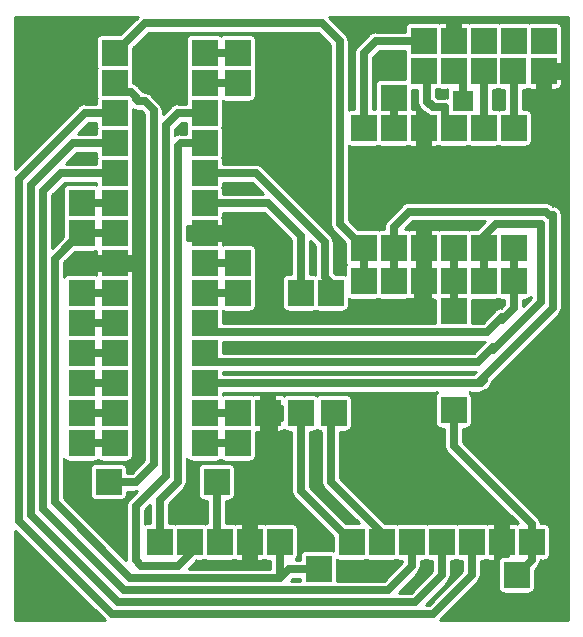
<source format=gbr>
G04 Generated by Ultiboard 13.0 *
%FSLAX34Y34*%
%MOMM*%

%ADD10C,0.0001*%
%ADD11C,0.2540*%
%ADD12C,0.6350*%
%ADD13R,2.1844X2.1844*%
%ADD14R,2.2000X2.2000*%
%ADD15R,2.1800X2.1800*%
%ADD16R,2.1996X2.1996*%
%ADD17R,1.6510X1.6510*%


G04 ColorRGB 0000FF for the following layer *
%LNCopper Bottom*%
%LPD*%
G54D10*
G36*
X324700Y510530D02*
X324700Y510530D01*
X324700Y462888D01*
X321742Y462888D01*
G75*
D01*
G03X320460Y462715I2J-4850*
G01*
X320460Y462715D01*
X320460Y520700D01*
G74*
D01*
G03X318097Y526392I8040J1*
G01*
X318097Y526392D01*
X303239Y541251D01*
X505718Y541251D01*
X505718Y30249D01*
X397219Y30249D01*
X429857Y62888D01*
G75*
D01*
G03X432220Y68580I-5676J5693*
G01*
X432220Y68580D01*
X432220Y80671D01*
X435180Y80671D01*
G74*
D01*
G03X436880Y80978I2J4849*
G01*
G75*
D01*
G03X438580Y80671I1698J4542*
G01*
X438580Y80671D01*
X443960Y80671D01*
X443960Y90900D01*
X440029Y90900D01*
X440029Y102140D01*
X443960Y102140D01*
X443960Y112369D01*
X438580Y112369D01*
G75*
D01*
G03X436880Y112062I-2J-4849*
G01*
G74*
D01*
G03X435180Y112369I1698J4542*
G01*
X435180Y112369D01*
X413180Y112369D01*
G75*
D01*
G03X411480Y112062I-2J-4849*
G01*
G74*
D01*
G03X409780Y112369I1698J4542*
G01*
X409780Y112369D01*
X387780Y112369D01*
G75*
D01*
G03X386080Y112062I-2J-4849*
G01*
G74*
D01*
G03X384380Y112369I1698J4542*
G01*
X384380Y112369D01*
X362380Y112369D01*
G75*
D01*
G03X360680Y112062I-2J-4849*
G01*
G74*
D01*
G03X358980Y112369I1698J4542*
G01*
X358980Y112369D01*
X351121Y112369D01*
X312840Y150650D01*
X312840Y189969D01*
X318262Y189969D01*
G75*
D01*
G03X323111Y194818I0J4849*
G01*
X323111Y194818D01*
X323111Y216662D01*
G74*
D01*
G03X318262Y221511I4849J0*
G01*
X318262Y221511D01*
X296418Y221511D01*
G75*
D01*
G03X293370Y220434I-1J-4849*
G01*
G74*
D01*
G03X290322Y221511I3047J3772*
G01*
X290322Y221511D01*
X268478Y221511D01*
G75*
D01*
G03X265518Y220503I0J-4849*
G01*
G74*
D01*
G03X262460Y221589I3058J3762*
G01*
X262460Y221589D01*
X257080Y221589D01*
X257080Y211360D01*
X263629Y211360D01*
X263629Y200120D01*
X257080Y200120D01*
X257080Y189891D01*
X262460Y189891D01*
G74*
D01*
G03X265518Y190977I0J4849*
G01*
G75*
D01*
G03X268478Y189969I2960J3841*
G01*
X268478Y189969D01*
X271360Y189969D01*
X271360Y139716D01*
G75*
D01*
G03X273715Y134015I8040J-16*
G01*
X273715Y134015D01*
X306731Y100999D01*
X306731Y89288D01*
G74*
D01*
G03X305562Y89431I1169J4706*
G01*
X305562Y89431D01*
X283718Y89431D01*
G75*
D01*
G03X278869Y84582I0J-4849*
G01*
X278869Y84582D01*
X278869Y81700D01*
X275607Y81700D01*
G75*
D01*
G03X277469Y85520I-2987J3820*
G01*
X277469Y85520D01*
X277469Y107520D01*
G74*
D01*
G03X272620Y112369I4849J0*
G01*
X272620Y112369D01*
X250620Y112369D01*
G75*
D01*
G03X248920Y112062I-2J-4849*
G01*
G74*
D01*
G03X247220Y112369I1698J4542*
G01*
X247220Y112369D01*
X241840Y112369D01*
X241840Y102140D01*
X245771Y102140D01*
X245771Y90900D01*
X241840Y90900D01*
X241840Y80671D01*
X247220Y80671D01*
G74*
D01*
G03X248920Y80978I2J4849*
G01*
G75*
D01*
G03X250620Y80671I1698J4542*
G01*
X250620Y80671D01*
X253580Y80671D01*
X253580Y74080D01*
X184637Y74080D01*
X191097Y80541D01*
G74*
D01*
G03X191225Y80671I5664J5705*
G01*
X191225Y80671D01*
X196674Y80671D01*
G74*
D01*
G03X198247Y80933I1J4849*
G01*
G75*
D01*
G03X199820Y80671I1572J4587*
G01*
X199820Y80671D01*
X221820Y80671D01*
G74*
D01*
G03X223520Y80978I2J4849*
G01*
G75*
D01*
G03X225220Y80671I1698J4542*
G01*
X225220Y80671D01*
X230600Y80671D01*
X230600Y90900D01*
X226669Y90900D01*
X226669Y102140D01*
X230600Y102140D01*
X230600Y112369D01*
X225220Y112369D01*
G75*
D01*
G03X223520Y112062I-2J-4849*
G01*
G74*
D01*
G03X221820Y112369I1698J4542*
G01*
X221820Y112369D01*
X216320Y112369D01*
X216320Y131549D01*
X219202Y131549D01*
G75*
D01*
G03X224051Y136398I0J4849*
G01*
X224051Y136398D01*
X224051Y158242D01*
G74*
D01*
G03X219202Y163091I4849J0*
G01*
X219202Y163091D01*
X197358Y163091D01*
G75*
D01*
G03X192509Y158242I0J-4849*
G01*
X192509Y158242D01*
X192509Y136398D01*
G75*
D01*
G03X197358Y131549I4849J0*
G01*
X197358Y131549D01*
X200240Y131549D01*
X200240Y112369D01*
X199820Y112369D01*
G75*
D01*
G03X198247Y112107I-1J-4849*
G01*
G74*
D01*
G03X196674Y112369I1572J4587*
G01*
X196674Y112369D01*
X174674Y112369D01*
G75*
D01*
G03X172847Y112012I-1J-4849*
G01*
G74*
D01*
G03X171020Y112369I1826J4492*
G01*
X171020Y112369D01*
X168060Y112369D01*
X168060Y128750D01*
X180940Y141630D01*
G75*
D01*
G03X183300Y147320I-5679J5690*
G01*
X183300Y147320D01*
X183300Y166453D01*
G75*
D01*
G03X187120Y164591I3820J2987*
G01*
X187120Y164591D01*
X208920Y164591D01*
G74*
D01*
G03X211929Y165637I1J4849*
G01*
G75*
D01*
G03X215060Y164491I3131J3703*
G01*
X215060Y164491D01*
X237060Y164491D01*
G75*
D01*
G03X241909Y169340I0J4849*
G01*
X241909Y169340D01*
X241909Y189891D01*
X245840Y189891D01*
X245840Y200120D01*
X241909Y200120D01*
X241909Y211360D01*
X245840Y211360D01*
X245840Y221589D01*
X240460Y221589D01*
G75*
D01*
G03X238760Y221282I-2J-4849*
G01*
G74*
D01*
G03X237060Y221589I1698J4542*
G01*
X237060Y221589D01*
X215060Y221589D01*
G75*
D01*
G03X213769Y221414I0J-4849*
G01*
X213769Y221414D01*
X213769Y223100D01*
X395134Y223100D01*
G74*
D01*
G03X393169Y219202I2883J3898*
G01*
X393169Y219202D01*
X393169Y197358D01*
G75*
D01*
G03X398018Y192509I4849J0*
G01*
X398018Y192509D01*
X400900Y192509D01*
X400900Y177816D01*
G75*
D01*
G03X403255Y172115I8040J-16*
G01*
X403255Y172115D01*
X463084Y112286D01*
G74*
D01*
G03X462280Y112062I895J4766*
G01*
G74*
D01*
G03X460580Y112369I1698J4542*
G01*
X460580Y112369D01*
X455200Y112369D01*
X455200Y102140D01*
X459131Y102140D01*
X459131Y90900D01*
X455200Y90900D01*
X455200Y84351D01*
X451358Y84351D01*
G75*
D01*
G03X446509Y79502I0J-4849*
G01*
X446509Y79502D01*
X446509Y57658D01*
G75*
D01*
G03X451358Y52809I4849J0*
G01*
X451358Y52809D01*
X473202Y52809D01*
G75*
D01*
G03X478051Y57658I0J4849*
G01*
X478051Y57658D01*
X478051Y72981D01*
X480657Y75588D01*
G74*
D01*
G03X482997Y80671I5676J5693*
G01*
X482997Y80671D01*
X485980Y80671D01*
G75*
D01*
G03X490829Y85520I0J4849*
G01*
X490829Y85520D01*
X490829Y107520D01*
G74*
D01*
G03X485980Y112369I4849J0*
G01*
X485980Y112369D01*
X482997Y112369D01*
G74*
D01*
G03X480657Y117452I8017J610*
G01*
X480657Y117452D01*
X416980Y181130D01*
X416980Y192509D01*
X419862Y192509D01*
G75*
D01*
G03X424711Y197358I0J4849*
G01*
X424711Y197358D01*
X424711Y219202D01*
G74*
D01*
G03X422746Y223100I4849J0*
G01*
X422746Y223100D01*
X431800Y223100D01*
G74*
D01*
G03X437492Y225463I1J8040*
G01*
X437492Y225463D01*
X440017Y227988D01*
G74*
D01*
G03X442336Y232847I5677J5692*
G01*
X442336Y232847D01*
X470041Y260551D01*
X498437Y288948D01*
G75*
D01*
G03X500800Y294640I-5676J5693*
G01*
X500800Y294640D01*
X500800Y373355D01*
G74*
D01*
G03X492760Y381394I8040J1*
G01*
X492760Y381394D01*
X492745Y381394D01*
X492396Y381743D01*
G74*
D01*
G03X488878Y383806I5693J5676*
G01*
G75*
D01*
G03X486695Y384106I-2176J-7739*
G01*
X486695Y384106D01*
X370986Y384106D01*
G75*
D01*
G03X368096Y383568I2J-8040*
G01*
G74*
D01*
G03X365301Y381751I2889J7502*
G01*
X365301Y381751D01*
X352455Y368905D01*
G75*
D01*
G03X350100Y363207I5684J-5685*
G01*
X350100Y363207D01*
X350100Y361288D01*
X347142Y361288D01*
G75*
D01*
G03X345440Y360979I1J-4850*
G01*
G74*
D01*
G03X343738Y361288I1703J4540*
G01*
X343738Y361288D01*
X328262Y361288D01*
X320460Y369090D01*
X320460Y431365D01*
G75*
D01*
G03X321742Y431192I1284J4676*
G01*
X321742Y431192D01*
X343738Y431192D01*
G74*
D01*
G03X345440Y431501I1J4850*
G01*
G75*
D01*
G03X347142Y431192I1703J4540*
G01*
X347142Y431192D01*
X369138Y431192D01*
G74*
D01*
G03X370840Y431501I1J4850*
G01*
G75*
D01*
G03X372542Y431192I1703J4540*
G01*
X372542Y431192D01*
X377920Y431192D01*
X377920Y441420D01*
X373988Y441420D01*
X373988Y452660D01*
X377920Y452660D01*
X377920Y462888D01*
X373911Y462888D01*
X373911Y479451D01*
X378040Y479451D01*
X378040Y469234D01*
G75*
D01*
G03X380395Y463535I8040J-14*
G01*
X380395Y463535D01*
X382255Y461675D01*
G74*
D01*
G03X384752Y459979I5685J5684*
G01*
G74*
D01*
G03X389160Y456995I6456J4790*
G01*
X389160Y456995D01*
X389160Y452660D01*
X393092Y452660D01*
X393092Y441420D01*
X389160Y441420D01*
X389160Y431192D01*
X394538Y431192D01*
G74*
D01*
G03X396240Y431501I1J4850*
G01*
G75*
D01*
G03X397942Y431192I1703J4540*
G01*
X397942Y431192D01*
X419938Y431192D01*
G74*
D01*
G03X421640Y431501I1J4850*
G01*
G75*
D01*
G03X423342Y431192I1703J4540*
G01*
X423342Y431192D01*
X445338Y431192D01*
G74*
D01*
G03X447040Y431501I1J4850*
G01*
G75*
D01*
G03X448742Y431192I1703J4540*
G01*
X448742Y431192D01*
X470738Y431192D01*
G75*
D01*
G03X475588Y436042I0J4850*
G01*
X475588Y436042D01*
X475588Y458038D01*
G74*
D01*
G03X470738Y462888I4850J0*
G01*
X470738Y462888D01*
X467780Y462888D01*
X467780Y479451D01*
X470486Y479451D01*
G74*
D01*
G03X472313Y479808I1J4849*
G01*
G75*
D01*
G03X474140Y479451I1826J4492*
G01*
X474140Y479451D01*
X479520Y479451D01*
X479520Y489680D01*
X475335Y489680D01*
X475335Y500920D01*
X479520Y500920D01*
X479520Y504851D01*
X490760Y504851D01*
X490760Y500920D01*
X500989Y500920D01*
X500989Y506300D01*
G74*
D01*
G03X500682Y508000I4849J2*
G01*
G75*
D01*
G03X500989Y509700I-4542J1698*
G01*
X500989Y509700D01*
X500989Y531700D01*
G74*
D01*
G03X496140Y536549I4849J0*
G01*
X496140Y536549D01*
X474140Y536549D01*
G75*
D01*
G03X472440Y536242I-2J-4849*
G01*
G74*
D01*
G03X470740Y536549I1698J4542*
G01*
X470740Y536549D01*
X448740Y536549D01*
G75*
D01*
G03X447040Y536242I-2J-4849*
G01*
G74*
D01*
G03X445340Y536549I1698J4542*
G01*
X445340Y536549D01*
X423340Y536549D01*
G75*
D01*
G03X421640Y536242I-2J-4849*
G01*
G74*
D01*
G03X419940Y536549I1698J4542*
G01*
X419940Y536549D01*
X414560Y536549D01*
X414560Y526320D01*
X418491Y526320D01*
X418491Y515080D01*
X414560Y515080D01*
X414560Y511149D01*
X403320Y511149D01*
X403320Y515080D01*
X399389Y515080D01*
X399389Y526320D01*
X403320Y526320D01*
X403320Y536549D01*
X397940Y536549D01*
G75*
D01*
G03X396240Y536242I-2J-4849*
G01*
G74*
D01*
G03X394540Y536549I1698J4542*
G01*
X394540Y536549D01*
X372540Y536549D01*
G75*
D01*
G03X367691Y531700I0J-4849*
G01*
X367691Y531700D01*
X367691Y528740D01*
X342908Y528740D01*
G75*
D01*
G03X337215Y526385I-8J-8040*
G01*
X337215Y526385D01*
X327055Y516225D01*
G75*
D01*
G03X324700Y510530I5684J-5685*
G01*
D02*
G37*
%LPC*%
G36*
X403940Y520700D02*
G75*
D01*
G03X403940Y520700I5000J0*
G01*
D02*
G37*
G36*
X231220Y96520D02*
G75*
D01*
G03X231220Y96520I5000J0*
G01*
D02*
G37*
G36*
X246460Y205740D02*
G75*
D01*
G03X246460Y205740I5000J0*
G01*
D02*
G37*
G36*
X496140Y479451D02*
G75*
D01*
G03X500989Y484300I0J4849*
G01*
X500989Y484300D01*
X500989Y489680D01*
X490760Y489680D01*
X490760Y479451D01*
X496140Y479451D01*
D02*
G37*
G36*
X378540Y447040D02*
G75*
D01*
G03X378540Y447040I5000J0*
G01*
D02*
G37*
G36*
X480140Y495300D02*
G75*
D01*
G03X480140Y495300I5000J0*
G01*
D02*
G37*
G36*
X444580Y96520D02*
G75*
D01*
G03X444580Y96520I5000J0*
G01*
D02*
G37*
%LPD*%
G36*
X137769Y499640D02*
X137769Y499640D01*
X137769Y514919D01*
X150750Y527900D01*
X293850Y527900D01*
X304380Y517370D01*
X304380Y365767D01*
G75*
D01*
G03X306735Y360075I8040J-7*
G01*
X306735Y360075D01*
X316892Y349918D01*
X316892Y334442D01*
G75*
D01*
G03X317908Y331472I4850J0*
G01*
G74*
D01*
G03X316891Y328500I3832J2971*
G01*
X316891Y328500D01*
X316891Y322968D01*
G74*
D01*
G03X315722Y323111I1169J4706*
G01*
X315722Y323111D01*
X309289Y323111D01*
X307760Y324640D01*
X307760Y350520D01*
G74*
D01*
G03X305397Y356212I8040J1*
G01*
X305397Y356212D01*
X268144Y393466D01*
X268144Y393466D01*
X246992Y414617D01*
G74*
D01*
G03X241300Y416980I5693J5676*
G01*
X241300Y416980D01*
X213769Y416980D01*
X213769Y419840D01*
G74*
D01*
G03X213423Y421640I4849J1*
G01*
G75*
D01*
G03X213769Y423440I-4503J1799*
G01*
X213769Y423440D01*
X213769Y445240D01*
G74*
D01*
G03X213423Y447040I4849J1*
G01*
G75*
D01*
G03X213769Y448840I-4503J1799*
G01*
X213769Y448840D01*
X213769Y469466D01*
G75*
D01*
G03X215060Y469291I1291J4674*
G01*
X215060Y469291D01*
X237060Y469291D01*
G75*
D01*
G03X241909Y474140I0J4849*
G01*
X241909Y474140D01*
X241909Y496140D01*
G74*
D01*
G03X241602Y497840I4849J2*
G01*
G75*
D01*
G03X241909Y499540I-4542J1698*
G01*
X241909Y499540D01*
X241909Y521540D01*
G74*
D01*
G03X237060Y526389I4849J0*
G01*
X237060Y526389D01*
X215060Y526389D01*
G75*
D01*
G03X211929Y525243I0J-4849*
G01*
G74*
D01*
G03X208920Y526289I3008J3803*
G01*
X208920Y526289D01*
X187120Y526289D01*
G75*
D01*
G03X182271Y521440I0J-4849*
G01*
X182271Y521440D01*
X182271Y499640D01*
G75*
D01*
G03X182617Y497840I4849J-1*
G01*
G74*
D01*
G03X182271Y496040I4503J1799*
G01*
X182271Y496040D01*
X182271Y474240D01*
G75*
D01*
G03X182617Y472440I4849J-1*
G01*
G74*
D01*
G03X182271Y470640I4503J1799*
G01*
X182271Y470640D01*
X182271Y467780D01*
X175260Y467780D01*
G75*
D01*
G03X173257Y467526I2J-8040*
G01*
G74*
D01*
G03X169575Y465425I2002J7786*
G01*
X169575Y465425D01*
X162980Y458830D01*
X162980Y462002D01*
G74*
D01*
G03X160617Y467694I8040J1*
G01*
X160617Y467694D01*
X152988Y475323D01*
G74*
D01*
G03X147296Y477686I5693J5676*
G01*
X147296Y477686D01*
X146471Y477686D01*
G74*
D01*
G03X145325Y479124I6819J4259*
G01*
X145325Y479124D01*
X141404Y483045D01*
G74*
D01*
G03X137769Y485142I5695J5673*
G01*
X137769Y485142D01*
X137769Y496040D01*
G74*
D01*
G03X137423Y497840I4849J1*
G01*
G75*
D01*
G03X137769Y499640I-4503J1799*
G01*
D02*
G37*
G36*
X137769Y267440D02*
X137769Y267440D01*
X137769Y245640D01*
G75*
D01*
G02X137423Y243840I-4849J-1*
G01*
G74*
D01*
G02X137769Y242040I4503J1799*
G01*
X137769Y242040D01*
X137769Y220240D01*
G75*
D01*
G02X137423Y218440I-4849J-1*
G01*
G74*
D01*
G02X137769Y216640I4503J1799*
G01*
X137769Y216640D01*
X137769Y194840D01*
G75*
D01*
G02X137423Y193040I-4849J-1*
G01*
G74*
D01*
G02X137769Y191240I4503J1799*
G01*
X137769Y191240D01*
X137769Y169440D01*
G75*
D01*
G02X132920Y164591I-4849J0*
G01*
X132920Y164591D01*
X111120Y164591D01*
G75*
D01*
G02X108111Y165637I-1J4849*
G01*
G74*
D01*
G02X104980Y164491I3131J3703*
G01*
X104980Y164491D01*
X82980Y164491D01*
G75*
D01*
G02X79160Y166353I0J4849*
G01*
X79160Y166353D01*
X79160Y133493D01*
X131660Y80992D01*
X131660Y126984D01*
G75*
D01*
G02X134015Y132685I8040J16*
G01*
X134015Y132685D01*
X140669Y139339D01*
G75*
D01*
G02X139694Y139280I-972J7980*
G01*
X139694Y139280D01*
X132611Y139280D01*
X132611Y136398D01*
G75*
D01*
G02X127762Y131549I-4849J0*
G01*
X127762Y131549D01*
X105918Y131549D01*
G75*
D01*
G02X101069Y136398I0J4849*
G01*
X101069Y136398D01*
X101069Y158242D01*
G75*
D01*
G02X105918Y163091I4849J0*
G01*
X105918Y163091D01*
X127762Y163091D01*
G74*
D01*
G02X132611Y158242I0J4849*
G01*
X132611Y158242D01*
X132611Y155360D01*
X136370Y155360D01*
X146900Y165890D01*
X146900Y458671D01*
X143965Y461606D01*
X141556Y461606D01*
G75*
D01*
G02X137769Y462546I-14J8040*
G01*
X137769Y462546D01*
X137769Y448840D01*
G75*
D01*
G02X137423Y447040I-4849J-1*
G01*
G74*
D01*
G02X137769Y445240I4503J1799*
G01*
X137769Y445240D01*
X137769Y423440D01*
G75*
D01*
G02X137423Y421640I-4849J-1*
G01*
G74*
D01*
G02X137769Y419840I4503J1799*
G01*
X137769Y419840D01*
X137769Y398040D01*
G75*
D01*
G02X137423Y396240I-4849J-1*
G01*
G74*
D01*
G02X137769Y394440I4503J1799*
G01*
X137769Y394440D01*
X137769Y372640D01*
G75*
D01*
G02X137423Y370840I-4849J-1*
G01*
G74*
D01*
G02X137769Y369040I4503J1799*
G01*
X137769Y369040D01*
X137769Y347240D01*
G75*
D01*
G02X137423Y345440I-4849J-1*
G01*
G74*
D01*
G02X137769Y343640I4503J1799*
G01*
X137769Y343640D01*
X137769Y338325D01*
X127605Y338325D01*
X127605Y342391D01*
X116435Y342391D01*
X116435Y338325D01*
X106271Y338325D01*
X106271Y342466D01*
G74*
D01*
G02X104980Y342291I1291J4674*
G01*
X104980Y342291D01*
X88230Y342291D01*
X79160Y333220D01*
X79160Y321327D01*
G75*
D01*
G02X82980Y323189I3820J-2987*
G01*
X82980Y323189D01*
X104980Y323189D01*
G74*
D01*
G02X106271Y323014I0J4849*
G01*
X106271Y323014D01*
X106271Y327155D01*
X116435Y327155D01*
X116435Y323089D01*
X127605Y323089D01*
X127605Y327155D01*
X137769Y327155D01*
X137769Y321840D01*
G75*
D01*
G02X137423Y320040I-4849J-1*
G01*
G74*
D01*
G02X137769Y318240I4503J1799*
G01*
X137769Y318240D01*
X137769Y296440D01*
G75*
D01*
G02X137423Y294640I-4849J-1*
G01*
G74*
D01*
G02X137769Y292840I4503J1799*
G01*
X137769Y292840D01*
X137769Y271040D01*
G75*
D01*
G02X137423Y269240I-4849J-1*
G01*
G74*
D01*
G02X137769Y267440I4503J1799*
G01*
D02*
G37*
%LPC*%
G36*
X117020Y332740D02*
G75*
D01*
G02X117020Y332740I5000J0*
G01*
D02*
G37*
%LPD*%
G36*
X213769Y372640D02*
X213769Y372640D01*
X213769Y375500D01*
X248130Y375500D01*
X268144Y355486D01*
X271360Y352270D01*
X271360Y323111D01*
X268478Y323111D01*
G75*
D01*
G03X263629Y318262I0J-4849*
G01*
X263629Y318262D01*
X263629Y296418D01*
G75*
D01*
G03X268478Y291569I4849J0*
G01*
X268478Y291569D01*
X290322Y291569D01*
G74*
D01*
G03X292100Y291906I2J4849*
G01*
G75*
D01*
G03X293878Y291569I1776J4512*
G01*
X293878Y291569D01*
X315722Y291569D01*
G75*
D01*
G03X320571Y296418I0J4849*
G01*
X320571Y296418D01*
X320571Y301794D01*
G75*
D01*
G03X321740Y301651I1169J4706*
G01*
X321740Y301651D01*
X343740Y301651D01*
G74*
D01*
G03X345440Y301958I2J4849*
G01*
G75*
D01*
G03X347140Y301651I1698J4542*
G01*
X347140Y301651D01*
X369140Y301651D01*
G74*
D01*
G03X370840Y301958I2J4849*
G01*
G75*
D01*
G03X372540Y301651I1698J4542*
G01*
X372540Y301651D01*
X377920Y301651D01*
X377920Y311880D01*
X373989Y311880D01*
X373989Y323120D01*
X377920Y323120D01*
X377920Y329592D01*
X377920Y329592D01*
X377920Y339820D01*
X373988Y339820D01*
X373988Y351060D01*
X377920Y351060D01*
X377920Y361288D01*
X372542Y361288D01*
G75*
D01*
G03X370840Y360979I1J-4850*
G01*
G74*
D01*
G03X369138Y361288I1703J4540*
G01*
X369138Y361288D01*
X367577Y361288D01*
X374316Y368026D01*
X435396Y368026D01*
X428658Y361288D01*
X423342Y361288D01*
G75*
D01*
G03X421640Y360979I1J-4850*
G01*
G74*
D01*
G03X419938Y361288I1703J4540*
G01*
X419938Y361288D01*
X397942Y361288D01*
G75*
D01*
G03X396240Y360979I1J-4850*
G01*
G74*
D01*
G03X394538Y361288I1703J4540*
G01*
X394538Y361288D01*
X389160Y361288D01*
X389160Y351060D01*
X393092Y351060D01*
X393092Y339820D01*
X389160Y339820D01*
X389160Y329592D01*
X389160Y329592D01*
X389160Y323120D01*
X393091Y323120D01*
X393091Y311880D01*
X389160Y311880D01*
X389160Y301651D01*
X393169Y301651D01*
X393169Y282360D01*
X213769Y282360D01*
X213769Y291666D01*
G75*
D01*
G03X215060Y291491I1291J4674*
G01*
X215060Y291491D01*
X237060Y291491D01*
G75*
D01*
G03X241909Y296340I0J4849*
G01*
X241909Y296340D01*
X241909Y318340D01*
G74*
D01*
G03X241602Y320040I4849J2*
G01*
G75*
D01*
G03X241909Y321740I-4542J1698*
G01*
X241909Y321740D01*
X241909Y343740D01*
G74*
D01*
G03X237060Y348589I4849J0*
G01*
X237060Y348589D01*
X215060Y348589D01*
G75*
D01*
G03X213769Y348414I0J-4849*
G01*
X213769Y348414D01*
X213769Y352555D01*
X203605Y352555D01*
X203605Y348489D01*
X192435Y348489D01*
X192435Y352555D01*
X183300Y352555D01*
X183300Y363725D01*
X192435Y363725D01*
X192435Y367791D01*
X203605Y367791D01*
X203605Y363725D01*
X213769Y363725D01*
X213769Y369040D01*
G74*
D01*
G03X213423Y370840I4849J1*
G01*
G75*
D01*
G03X213769Y372640I-4503J1799*
G01*
D02*
G37*
%LPC*%
G36*
X193020Y358140D02*
G75*
D01*
G03X193020Y358140I5000J0*
G01*
D02*
G37*
G36*
X378540Y345440D02*
G75*
D01*
G03X378540Y345440I5000J0*
G01*
D02*
G37*
G36*
X378540Y317500D02*
G75*
D01*
G03X378540Y317500I5000J0*
G01*
D02*
G37*
%LPD*%
G36*
X111120Y526289D02*
X111120Y526289D01*
X126399Y526289D01*
X141361Y541251D01*
X37842Y541251D01*
X37842Y412432D01*
X42570Y417160D01*
X42575Y417165D01*
X42575Y417165D01*
X90835Y465425D01*
G74*
D01*
G02X94109Y467410I5685J5684*
G01*
G75*
D01*
G02X96520Y467780I2411J-7670*
G01*
X96520Y467780D01*
X106271Y467780D01*
X106271Y470640D01*
G74*
D01*
G02X106617Y472440I4849J1*
G01*
G75*
D01*
G02X106271Y474240I4503J1799*
G01*
X106271Y474240D01*
X106271Y496040D01*
G74*
D01*
G02X106617Y497840I4849J1*
G01*
G75*
D01*
G02X106271Y499640I4503J1799*
G01*
X106271Y499640D01*
X106271Y521440D01*
G75*
D01*
G02X111120Y526289I4849J0*
G01*
D02*
G37*
G36*
X37842Y30249D02*
X37842Y30249D01*
X113321Y30249D01*
X37842Y105728D01*
X37842Y30249D01*
D02*
G37*
G36*
X293370Y191046D02*
G75*
D01*
G03X296418Y189969I3047J3772*
G01*
X296418Y189969D01*
X296760Y189969D01*
X296760Y147336D01*
G75*
D01*
G03X299115Y141635I8040J-16*
G01*
X299115Y141635D01*
X328381Y112369D01*
X318101Y112369D01*
X287440Y143030D01*
X287440Y189969D01*
X290322Y189969D01*
G74*
D01*
G03X293370Y191046I1J4849*
G01*
D02*
G37*
G36*
X213769Y256960D02*
X213769Y256960D01*
X425930Y256960D01*
X429521Y260551D01*
X429521Y260551D01*
X435250Y266280D01*
X213769Y266280D01*
X213769Y256960D01*
D02*
G37*
G36*
X78131Y369140D02*
X78131Y369140D01*
X78131Y354931D01*
X69000Y345800D01*
X69000Y390370D01*
X79530Y400900D01*
X106271Y400900D01*
X106271Y399214D01*
G74*
D01*
G03X104980Y399389I1291J4674*
G01*
X104980Y399389D01*
X82980Y399389D01*
G75*
D01*
G03X78131Y394540I0J-4849*
G01*
X78131Y394540D01*
X78131Y372540D01*
G75*
D01*
G03X78438Y370840I4849J-2*
G01*
G74*
D01*
G03X78131Y369140I4542J1698*
G01*
D02*
G37*
G36*
X342369Y483362D02*
X342369Y483362D01*
X342369Y462888D01*
X340780Y462888D01*
X340780Y507210D01*
X346230Y512660D01*
X367691Y512660D01*
X367691Y509700D01*
G75*
D01*
G03X367998Y508000I4849J-2*
G01*
G74*
D01*
G03X367691Y506300I4542J1698*
G01*
X367691Y506300D01*
X367691Y488211D01*
X347218Y488211D01*
G75*
D01*
G03X342369Y483362I0J-4849*
G01*
D02*
G37*
G36*
X413180Y80671D02*
X413180Y80671D01*
X416140Y80671D01*
X416140Y71910D01*
X387830Y43600D01*
X385170Y43600D01*
X404457Y62888D01*
G75*
D01*
G03X406820Y68580I-5676J5693*
G01*
X406820Y68580D01*
X406820Y80671D01*
X409780Y80671D01*
G74*
D01*
G03X411480Y80978I2J4849*
G01*
G75*
D01*
G03X413180Y80671I1698J4542*
G01*
D02*
G37*
G36*
X362380Y80671D02*
X362380Y80671D01*
X365340Y80671D01*
X365340Y79530D01*
X349730Y63920D01*
X310411Y63920D01*
X310411Y80814D01*
G75*
D01*
G03X311580Y80671I1169J4706*
G01*
X311580Y80671D01*
X333580Y80671D01*
G74*
D01*
G03X335280Y80978I2J4849*
G01*
G75*
D01*
G03X336980Y80671I1698J4542*
G01*
X336980Y80671D01*
X358980Y80671D01*
G74*
D01*
G03X360680Y80978I2J4849*
G01*
G75*
D01*
G03X362380Y80671I1698J4542*
G01*
D02*
G37*
G36*
X387780Y80671D02*
X387780Y80671D01*
X390740Y80671D01*
X390740Y71910D01*
X372590Y53760D01*
X362310Y53760D01*
X379057Y70508D01*
G75*
D01*
G03X381420Y76200I-5676J5693*
G01*
X381420Y76200D01*
X381420Y80671D01*
X384380Y80671D01*
G74*
D01*
G03X386080Y80978I2J4849*
G01*
G75*
D01*
G03X387780Y80671I1698J4542*
G01*
D02*
G37*
G36*
X445340Y301651D02*
X445340Y301651D01*
X424711Y301651D01*
X424711Y282360D01*
X433550Y282360D01*
X443895Y292705D01*
G74*
D01*
G02X448747Y295016I5684J5685*
G01*
X448747Y295016D01*
X451700Y297970D01*
X451700Y301651D01*
X448740Y301651D01*
G75*
D01*
G02X447040Y301958I-2J4849*
G01*
G74*
D01*
G02X445340Y301651I1698J4542*
G01*
D02*
G37*
G36*
X426115Y239365D02*
X426115Y239365D01*
X427630Y240880D01*
X213769Y240880D01*
X213769Y239180D01*
X425936Y239180D01*
G74*
D01*
G02X426115Y239365I5866J5497*
G01*
D02*
G37*
G36*
X213769Y394440D02*
G74*
D01*
G03X213423Y396240I4849J1*
G01*
G75*
D01*
G03X213769Y398040I-4503J1799*
G01*
X213769Y398040D01*
X213769Y400900D01*
X237970Y400900D01*
X247290Y391580D01*
X213769Y391580D01*
X213769Y394440D01*
D02*
G37*
G36*
X106271Y423440D02*
G75*
D01*
G03X106617Y421640I4849J-1*
G01*
G74*
D01*
G03X106271Y419840I4503J1799*
G01*
X106271Y419840D01*
X106271Y416980D01*
X80370Y416980D01*
X89690Y426300D01*
X106271Y426300D01*
X106271Y423440D01*
D02*
G37*
G36*
X448742Y462888D02*
X448742Y462888D01*
X451700Y462888D01*
X451700Y479451D01*
X448486Y479451D01*
G75*
D01*
G02X446913Y479713I-1J4849*
G01*
G74*
D01*
G02X445340Y479451I1572J4587*
G01*
X445340Y479451D01*
X442380Y479451D01*
X442380Y462888D01*
X445338Y462888D01*
G74*
D01*
G02X447040Y462579I1J4850*
G01*
G75*
D01*
G02X448742Y462888I1703J-4540*
G01*
D02*
G37*
G36*
X106271Y448840D02*
G75*
D01*
G03X106617Y447040I4849J-1*
G01*
G74*
D01*
G03X106271Y445240I4503J1799*
G01*
X106271Y445240D01*
X106271Y442380D01*
X90530Y442380D01*
X99850Y451700D01*
X106271Y451700D01*
X106271Y448840D01*
D02*
G37*
G36*
X291680Y322917D02*
X291680Y322917D01*
X291680Y347190D01*
X287440Y351430D01*
X287440Y323111D01*
X290322Y323111D01*
G74*
D01*
G02X291680Y322917I0J4849*
G01*
D02*
G37*
G36*
X182271Y448840D02*
G75*
D01*
G03X182617Y447040I4849J-1*
G01*
G74*
D01*
G03X182271Y445240I4503J1799*
G01*
X182271Y445240D01*
X182271Y442380D01*
X177800Y442380D01*
G75*
D01*
G03X177162Y442354I8J-8040*
G01*
G74*
D01*
G03X173140Y440891I638J8014*
G01*
X173140Y440891D01*
X173140Y446250D01*
X178590Y451700D01*
X182271Y451700D01*
X182271Y448840D01*
D02*
G37*
G36*
X403456Y472506D02*
X403456Y472506D01*
X403456Y478155D01*
G74*
D01*
G02X403632Y479451I4849J1*
G01*
X403632Y479451D01*
X397940Y479451D01*
G75*
D01*
G02X396240Y479758I-2J4849*
G01*
G74*
D01*
G02X394540Y479451I1698J4542*
G01*
X394540Y479451D01*
X394120Y479451D01*
X394120Y473831D01*
G74*
D01*
G02X395043Y473036I4770J6471*
G01*
X395043Y473036D01*
X395270Y472809D01*
X401269Y472809D01*
G74*
D01*
G02X403456Y472506I1J8040*
G01*
D02*
G37*
G36*
X147740Y112197D02*
G75*
D01*
G02X149020Y112369I1280J-4676*
G01*
X149020Y112369D01*
X151980Y112369D01*
X151980Y127910D01*
X147740Y123670D01*
X147740Y112197D01*
D02*
G37*
G36*
X470740Y301651D02*
X470740Y301651D01*
X467780Y301651D01*
X467780Y296270D01*
X474560Y303050D01*
X474560Y303513D01*
G74*
D01*
G02X470740Y301651I3820J2987*
G01*
D02*
G37*
G36*
X278869Y65620D02*
X278869Y65620D01*
X278869Y63920D01*
X270870Y63920D01*
X272570Y65620D01*
X278869Y65620D01*
D02*
G37*
G54D11*
X37842Y30249D02*
X113321Y30249D01*
X37842Y105728D01*
X37842Y30249D01*
X403940Y520700D02*
G75*
D01*
G03X403940Y520700I5000J0*
G01*
X231220Y96520D02*
G75*
D01*
G03X231220Y96520I5000J0*
G01*
X246460Y205740D02*
G75*
D01*
G03X246460Y205740I5000J0*
G01*
X496140Y479451D02*
G75*
D01*
G03X500989Y484300I0J4849*
G01*
X500989Y489680D01*
X490760Y489680D01*
X490760Y479451D01*
X496140Y479451D01*
X378540Y447040D02*
G75*
D01*
G03X378540Y447040I5000J0*
G01*
X480140Y495300D02*
G75*
D01*
G03X480140Y495300I5000J0*
G01*
X444580Y96520D02*
G75*
D01*
G03X444580Y96520I5000J0*
G01*
X324700Y510530D02*
X324700Y462888D01*
X321742Y462888D01*
G75*
D01*
G03X320460Y462715I2J-4850*
G01*
X320460Y520700D01*
G74*
D01*
G03X318097Y526392I8040J1*
G01*
X303239Y541251D01*
X505718Y541251D01*
X505718Y30249D01*
X397219Y30249D01*
X429857Y62888D01*
G75*
D01*
G03X432220Y68580I-5676J5693*
G01*
X432220Y80671D01*
X435180Y80671D01*
G74*
D01*
G03X436880Y80978I2J4849*
G01*
G75*
D01*
G03X438580Y80671I1698J4542*
G01*
X443960Y80671D01*
X443960Y90900D01*
X440029Y90900D01*
X440029Y102140D01*
X443960Y102140D01*
X443960Y112369D01*
X438580Y112369D01*
G75*
D01*
G03X436880Y112062I-2J-4849*
G01*
G74*
D01*
G03X435180Y112369I1698J4542*
G01*
X413180Y112369D01*
G75*
D01*
G03X411480Y112062I-2J-4849*
G01*
G74*
D01*
G03X409780Y112369I1698J4542*
G01*
X387780Y112369D01*
G75*
D01*
G03X386080Y112062I-2J-4849*
G01*
G74*
D01*
G03X384380Y112369I1698J4542*
G01*
X362380Y112369D01*
G75*
D01*
G03X360680Y112062I-2J-4849*
G01*
G74*
D01*
G03X358980Y112369I1698J4542*
G01*
X351121Y112369D01*
X312840Y150650D01*
X312840Y189969D01*
X318262Y189969D01*
G75*
D01*
G03X323111Y194818I0J4849*
G01*
X323111Y216662D01*
G74*
D01*
G03X318262Y221511I4849J0*
G01*
X296418Y221511D01*
G75*
D01*
G03X293370Y220434I-1J-4849*
G01*
G74*
D01*
G03X290322Y221511I3047J3772*
G01*
X268478Y221511D01*
G75*
D01*
G03X265518Y220503I0J-4849*
G01*
G74*
D01*
G03X262460Y221589I3058J3762*
G01*
X257080Y221589D01*
X257080Y211360D01*
X263629Y211360D01*
X263629Y200120D01*
X257080Y200120D01*
X257080Y189891D01*
X262460Y189891D01*
G74*
D01*
G03X265518Y190977I0J4849*
G01*
G75*
D01*
G03X268478Y189969I2960J3841*
G01*
X271360Y189969D01*
X271360Y139716D01*
G75*
D01*
G03X273715Y134015I8040J-16*
G01*
X306731Y100999D01*
X306731Y89288D01*
G74*
D01*
G03X305562Y89431I1169J4706*
G01*
X283718Y89431D01*
G75*
D01*
G03X278869Y84582I0J-4849*
G01*
X278869Y81700D01*
X275607Y81700D01*
G75*
D01*
G03X277469Y85520I-2987J3820*
G01*
X277469Y107520D01*
G74*
D01*
G03X272620Y112369I4849J0*
G01*
X250620Y112369D01*
G75*
D01*
G03X248920Y112062I-2J-4849*
G01*
G74*
D01*
G03X247220Y112369I1698J4542*
G01*
X241840Y112369D01*
X241840Y102140D01*
X245771Y102140D01*
X245771Y90900D01*
X241840Y90900D01*
X241840Y80671D01*
X247220Y80671D01*
G74*
D01*
G03X248920Y80978I2J4849*
G01*
G75*
D01*
G03X250620Y80671I1698J4542*
G01*
X253580Y80671D01*
X253580Y74080D01*
X184637Y74080D01*
X191097Y80541D01*
G74*
D01*
G03X191225Y80671I5664J5705*
G01*
X196674Y80671D01*
G74*
D01*
G03X198247Y80933I1J4849*
G01*
G75*
D01*
G03X199820Y80671I1572J4587*
G01*
X221820Y80671D01*
G74*
D01*
G03X223520Y80978I2J4849*
G01*
G75*
D01*
G03X225220Y80671I1698J4542*
G01*
X230600Y80671D01*
X230600Y90900D01*
X226669Y90900D01*
X226669Y102140D01*
X230600Y102140D01*
X230600Y112369D01*
X225220Y112369D01*
G75*
D01*
G03X223520Y112062I-2J-4849*
G01*
G74*
D01*
G03X221820Y112369I1698J4542*
G01*
X216320Y112369D01*
X216320Y131549D01*
X219202Y131549D01*
G75*
D01*
G03X224051Y136398I0J4849*
G01*
X224051Y158242D01*
G74*
D01*
G03X219202Y163091I4849J0*
G01*
X197358Y163091D01*
G75*
D01*
G03X192509Y158242I0J-4849*
G01*
X192509Y136398D01*
G75*
D01*
G03X197358Y131549I4849J0*
G01*
X200240Y131549D01*
X200240Y112369D01*
X199820Y112369D01*
G75*
D01*
G03X198247Y112107I-1J-4849*
G01*
G74*
D01*
G03X196674Y112369I1572J4587*
G01*
X174674Y112369D01*
G75*
D01*
G03X172847Y112012I-1J-4849*
G01*
G74*
D01*
G03X171020Y112369I1826J4492*
G01*
X168060Y112369D01*
X168060Y128750D01*
X180940Y141630D01*
G75*
D01*
G03X183300Y147320I-5679J5690*
G01*
X183300Y166453D01*
G75*
D01*
G03X187120Y164591I3820J2987*
G01*
X208920Y164591D01*
G74*
D01*
G03X211929Y165637I1J4849*
G01*
G75*
D01*
G03X215060Y164491I3131J3703*
G01*
X237060Y164491D01*
G75*
D01*
G03X241909Y169340I0J4849*
G01*
X241909Y189891D01*
X245840Y189891D01*
X245840Y200120D01*
X241909Y200120D01*
X241909Y211360D01*
X245840Y211360D01*
X245840Y221589D01*
X240460Y221589D01*
G75*
D01*
G03X238760Y221282I-2J-4849*
G01*
G74*
D01*
G03X237060Y221589I1698J4542*
G01*
X215060Y221589D01*
G75*
D01*
G03X213769Y221414I0J-4849*
G01*
X213769Y223100D01*
X395134Y223100D01*
G74*
D01*
G03X393169Y219202I2883J3898*
G01*
X393169Y197358D01*
G75*
D01*
G03X398018Y192509I4849J0*
G01*
X400900Y192509D01*
X400900Y177816D01*
G75*
D01*
G03X403255Y172115I8040J-16*
G01*
X463084Y112286D01*
G74*
D01*
G03X462280Y112062I895J4766*
G01*
G74*
D01*
G03X460580Y112369I1698J4542*
G01*
X455200Y112369D01*
X455200Y102140D01*
X459131Y102140D01*
X459131Y90900D01*
X455200Y90900D01*
X455200Y84351D01*
X451358Y84351D01*
G75*
D01*
G03X446509Y79502I0J-4849*
G01*
X446509Y57658D01*
G75*
D01*
G03X451358Y52809I4849J0*
G01*
X473202Y52809D01*
G75*
D01*
G03X478051Y57658I0J4849*
G01*
X478051Y72981D01*
X480657Y75588D01*
G74*
D01*
G03X482997Y80671I5676J5693*
G01*
X485980Y80671D01*
G75*
D01*
G03X490829Y85520I0J4849*
G01*
X490829Y107520D01*
G74*
D01*
G03X485980Y112369I4849J0*
G01*
X482997Y112369D01*
G74*
D01*
G03X480657Y117452I8017J610*
G01*
X416980Y181130D01*
X416980Y192509D01*
X419862Y192509D01*
G75*
D01*
G03X424711Y197358I0J4849*
G01*
X424711Y219202D01*
G74*
D01*
G03X422746Y223100I4849J0*
G01*
X431800Y223100D01*
G74*
D01*
G03X437492Y225463I1J8040*
G01*
X440017Y227988D01*
G74*
D01*
G03X442336Y232847I5677J5692*
G01*
X470041Y260551D01*
X498437Y288948D01*
G75*
D01*
G03X500800Y294640I-5676J5693*
G01*
X500800Y373355D01*
G74*
D01*
G03X492760Y381394I8040J1*
G01*
X492745Y381394D01*
X492396Y381743D01*
G74*
D01*
G03X488878Y383806I5693J5676*
G01*
G75*
D01*
G03X486695Y384106I-2176J-7739*
G01*
X370986Y384106D01*
G75*
D01*
G03X368096Y383568I2J-8040*
G01*
G74*
D01*
G03X365301Y381751I2889J7502*
G01*
X352455Y368905D01*
G75*
D01*
G03X350100Y363207I5684J-5685*
G01*
X350100Y361288D01*
X347142Y361288D01*
G75*
D01*
G03X345440Y360979I1J-4850*
G01*
G74*
D01*
G03X343738Y361288I1703J4540*
G01*
X328262Y361288D01*
X320460Y369090D01*
X320460Y431365D01*
G75*
D01*
G03X321742Y431192I1284J4676*
G01*
X343738Y431192D01*
G74*
D01*
G03X345440Y431501I1J4850*
G01*
G75*
D01*
G03X347142Y431192I1703J4540*
G01*
X369138Y431192D01*
G74*
D01*
G03X370840Y431501I1J4850*
G01*
G75*
D01*
G03X372542Y431192I1703J4540*
G01*
X377920Y431192D01*
X377920Y441420D01*
X373988Y441420D01*
X373988Y452660D01*
X377920Y452660D01*
X377920Y462888D01*
X373911Y462888D01*
X373911Y479451D01*
X378040Y479451D01*
X378040Y469234D01*
G75*
D01*
G03X380395Y463535I8040J-14*
G01*
X382255Y461675D01*
G74*
D01*
G03X384752Y459979I5685J5684*
G01*
G74*
D01*
G03X389160Y456995I6456J4790*
G01*
X389160Y452660D01*
X393092Y452660D01*
X393092Y441420D01*
X389160Y441420D01*
X389160Y431192D01*
X394538Y431192D01*
G74*
D01*
G03X396240Y431501I1J4850*
G01*
G75*
D01*
G03X397942Y431192I1703J4540*
G01*
X419938Y431192D01*
G74*
D01*
G03X421640Y431501I1J4850*
G01*
G75*
D01*
G03X423342Y431192I1703J4540*
G01*
X445338Y431192D01*
G74*
D01*
G03X447040Y431501I1J4850*
G01*
G75*
D01*
G03X448742Y431192I1703J4540*
G01*
X470738Y431192D01*
G75*
D01*
G03X475588Y436042I0J4850*
G01*
X475588Y458038D01*
G74*
D01*
G03X470738Y462888I4850J0*
G01*
X467780Y462888D01*
X467780Y479451D01*
X470486Y479451D01*
G74*
D01*
G03X472313Y479808I1J4849*
G01*
G75*
D01*
G03X474140Y479451I1826J4492*
G01*
X479520Y479451D01*
X479520Y489680D01*
X475335Y489680D01*
X475335Y500920D01*
X479520Y500920D01*
X479520Y504851D01*
X490760Y504851D01*
X490760Y500920D01*
X500989Y500920D01*
X500989Y506300D01*
G74*
D01*
G03X500682Y508000I4849J2*
G01*
G75*
D01*
G03X500989Y509700I-4542J1698*
G01*
X500989Y531700D01*
G74*
D01*
G03X496140Y536549I4849J0*
G01*
X474140Y536549D01*
G75*
D01*
G03X472440Y536242I-2J-4849*
G01*
G74*
D01*
G03X470740Y536549I1698J4542*
G01*
X448740Y536549D01*
G75*
D01*
G03X447040Y536242I-2J-4849*
G01*
G74*
D01*
G03X445340Y536549I1698J4542*
G01*
X423340Y536549D01*
G75*
D01*
G03X421640Y536242I-2J-4849*
G01*
G74*
D01*
G03X419940Y536549I1698J4542*
G01*
X414560Y536549D01*
X414560Y526320D01*
X418491Y526320D01*
X418491Y515080D01*
X414560Y515080D01*
X414560Y511149D01*
X403320Y511149D01*
X403320Y515080D01*
X399389Y515080D01*
X399389Y526320D01*
X403320Y526320D01*
X403320Y536549D01*
X397940Y536549D01*
G75*
D01*
G03X396240Y536242I-2J-4849*
G01*
G74*
D01*
G03X394540Y536549I1698J4542*
G01*
X372540Y536549D01*
G75*
D01*
G03X367691Y531700I0J-4849*
G01*
X367691Y528740D01*
X342908Y528740D01*
G75*
D01*
G03X337215Y526385I-8J-8040*
G01*
X327055Y516225D01*
G75*
D01*
G03X324700Y510530I5684J-5685*
G01*
X413180Y80671D02*
X416140Y80671D01*
X416140Y71910D01*
X387830Y43600D01*
X385170Y43600D01*
X404457Y62888D01*
G75*
D01*
G03X406820Y68580I-5676J5693*
G01*
X406820Y80671D01*
X409780Y80671D01*
G74*
D01*
G03X411480Y80978I2J4849*
G01*
G75*
D01*
G03X413180Y80671I1698J4542*
G01*
X278869Y65620D02*
X278869Y63920D01*
X270870Y63920D01*
X272570Y65620D01*
X278869Y65620D01*
X362380Y80671D02*
X365340Y80671D01*
X365340Y79530D01*
X349730Y63920D01*
X310411Y63920D01*
X310411Y80814D01*
G75*
D01*
G03X311580Y80671I1169J4706*
G01*
X333580Y80671D01*
G74*
D01*
G03X335280Y80978I2J4849*
G01*
G75*
D01*
G03X336980Y80671I1698J4542*
G01*
X358980Y80671D01*
G74*
D01*
G03X360680Y80978I2J4849*
G01*
G75*
D01*
G03X362380Y80671I1698J4542*
G01*
X387780Y80671D02*
X390740Y80671D01*
X390740Y71910D01*
X372590Y53760D01*
X362310Y53760D01*
X379057Y70508D01*
G75*
D01*
G03X381420Y76200I-5676J5693*
G01*
X381420Y80671D01*
X384380Y80671D01*
G74*
D01*
G03X386080Y80978I2J4849*
G01*
G75*
D01*
G03X387780Y80671I1698J4542*
G01*
X117020Y332740D02*
G75*
D01*
G02X117020Y332740I5000J0*
G01*
X137769Y267440D02*
X137769Y245640D01*
G75*
D01*
G02X137423Y243840I-4849J-1*
G01*
G74*
D01*
G02X137769Y242040I4503J1799*
G01*
X137769Y220240D01*
G75*
D01*
G02X137423Y218440I-4849J-1*
G01*
G74*
D01*
G02X137769Y216640I4503J1799*
G01*
X137769Y194840D01*
G75*
D01*
G02X137423Y193040I-4849J-1*
G01*
G74*
D01*
G02X137769Y191240I4503J1799*
G01*
X137769Y169440D01*
G75*
D01*
G02X132920Y164591I-4849J0*
G01*
X111120Y164591D01*
G75*
D01*
G02X108111Y165637I-1J4849*
G01*
G74*
D01*
G02X104980Y164491I3131J3703*
G01*
X82980Y164491D01*
G75*
D01*
G02X79160Y166353I0J4849*
G01*
X79160Y133493D01*
X131660Y80992D01*
X131660Y126984D01*
G75*
D01*
G02X134015Y132685I8040J16*
G01*
X140669Y139339D01*
G75*
D01*
G02X139694Y139280I-972J7980*
G01*
X132611Y139280D01*
X132611Y136398D01*
G75*
D01*
G02X127762Y131549I-4849J0*
G01*
X105918Y131549D01*
G75*
D01*
G02X101069Y136398I0J4849*
G01*
X101069Y158242D01*
G75*
D01*
G02X105918Y163091I4849J0*
G01*
X127762Y163091D01*
G74*
D01*
G02X132611Y158242I0J4849*
G01*
X132611Y155360D01*
X136370Y155360D01*
X146900Y165890D01*
X146900Y458671D01*
X143965Y461606D01*
X141556Y461606D01*
G75*
D01*
G02X137769Y462546I-14J8040*
G01*
X137769Y448840D01*
G75*
D01*
G02X137423Y447040I-4849J-1*
G01*
G74*
D01*
G02X137769Y445240I4503J1799*
G01*
X137769Y423440D01*
G75*
D01*
G02X137423Y421640I-4849J-1*
G01*
G74*
D01*
G02X137769Y419840I4503J1799*
G01*
X137769Y398040D01*
G75*
D01*
G02X137423Y396240I-4849J-1*
G01*
G74*
D01*
G02X137769Y394440I4503J1799*
G01*
X137769Y372640D01*
G75*
D01*
G02X137423Y370840I-4849J-1*
G01*
G74*
D01*
G02X137769Y369040I4503J1799*
G01*
X137769Y347240D01*
G75*
D01*
G02X137423Y345440I-4849J-1*
G01*
G74*
D01*
G02X137769Y343640I4503J1799*
G01*
X137769Y338325D01*
X127605Y338325D01*
X127605Y342391D01*
X116435Y342391D01*
X116435Y338325D01*
X106271Y338325D01*
X106271Y342466D01*
G74*
D01*
G02X104980Y342291I1291J4674*
G01*
X88230Y342291D01*
X79160Y333220D01*
X79160Y321327D01*
G75*
D01*
G02X82980Y323189I3820J-2987*
G01*
X104980Y323189D01*
G74*
D01*
G02X106271Y323014I0J4849*
G01*
X106271Y327155D01*
X116435Y327155D01*
X116435Y323089D01*
X127605Y323089D01*
X127605Y327155D01*
X137769Y327155D01*
X137769Y321840D01*
G75*
D01*
G02X137423Y320040I-4849J-1*
G01*
G74*
D01*
G02X137769Y318240I4503J1799*
G01*
X137769Y296440D01*
G75*
D01*
G02X137423Y294640I-4849J-1*
G01*
G74*
D01*
G02X137769Y292840I4503J1799*
G01*
X137769Y271040D01*
G75*
D01*
G02X137423Y269240I-4849J-1*
G01*
G74*
D01*
G02X137769Y267440I4503J1799*
G01*
X147740Y112197D02*
G75*
D01*
G02X149020Y112369I1280J-4676*
G01*
X151980Y112369D01*
X151980Y127910D01*
X147740Y123670D01*
X147740Y112197D01*
X293370Y191046D02*
G75*
D01*
G03X296418Y189969I3047J3772*
G01*
X296760Y189969D01*
X296760Y147336D01*
G75*
D01*
G03X299115Y141635I8040J-16*
G01*
X328381Y112369D01*
X318101Y112369D01*
X287440Y143030D01*
X287440Y189969D01*
X290322Y189969D01*
G74*
D01*
G03X293370Y191046I1J4849*
G01*
X426115Y239365D02*
X427630Y240880D01*
X213769Y240880D01*
X213769Y239180D01*
X425936Y239180D01*
G74*
D01*
G02X426115Y239365I5866J5497*
G01*
X213769Y256960D02*
X425930Y256960D01*
X429521Y260551D01*
X429521Y260551D01*
X435250Y266280D01*
X213769Y266280D01*
X213769Y256960D01*
X193020Y358140D02*
G75*
D01*
G03X193020Y358140I5000J0*
G01*
X378540Y345440D02*
G75*
D01*
G03X378540Y345440I5000J0*
G01*
X378540Y317500D02*
G75*
D01*
G03X378540Y317500I5000J0*
G01*
X213769Y372640D02*
X213769Y375500D01*
X248130Y375500D01*
X268144Y355486D01*
X271360Y352270D01*
X271360Y323111D01*
X268478Y323111D01*
G75*
D01*
G03X263629Y318262I0J-4849*
G01*
X263629Y296418D01*
G75*
D01*
G03X268478Y291569I4849J0*
G01*
X290322Y291569D01*
G74*
D01*
G03X292100Y291906I2J4849*
G01*
G75*
D01*
G03X293878Y291569I1776J4512*
G01*
X315722Y291569D01*
G75*
D01*
G03X320571Y296418I0J4849*
G01*
X320571Y301794D01*
G75*
D01*
G03X321740Y301651I1169J4706*
G01*
X343740Y301651D01*
G74*
D01*
G03X345440Y301958I2J4849*
G01*
G75*
D01*
G03X347140Y301651I1698J4542*
G01*
X369140Y301651D01*
G74*
D01*
G03X370840Y301958I2J4849*
G01*
G75*
D01*
G03X372540Y301651I1698J4542*
G01*
X377920Y301651D01*
X377920Y311880D01*
X373989Y311880D01*
X373989Y323120D01*
X377920Y323120D01*
X377920Y329592D01*
X377920Y329592D01*
X377920Y339820D01*
X373988Y339820D01*
X373988Y351060D01*
X377920Y351060D01*
X377920Y361288D01*
X372542Y361288D01*
G75*
D01*
G03X370840Y360979I1J-4850*
G01*
G74*
D01*
G03X369138Y361288I1703J4540*
G01*
X367577Y361288D01*
X374316Y368026D01*
X435396Y368026D01*
X428658Y361288D01*
X423342Y361288D01*
G75*
D01*
G03X421640Y360979I1J-4850*
G01*
G74*
D01*
G03X419938Y361288I1703J4540*
G01*
X397942Y361288D01*
G75*
D01*
G03X396240Y360979I1J-4850*
G01*
G74*
D01*
G03X394538Y361288I1703J4540*
G01*
X389160Y361288D01*
X389160Y351060D01*
X393092Y351060D01*
X393092Y339820D01*
X389160Y339820D01*
X389160Y329592D01*
X389160Y329592D01*
X389160Y323120D01*
X393091Y323120D01*
X393091Y311880D01*
X389160Y311880D01*
X389160Y301651D01*
X393169Y301651D01*
X393169Y282360D01*
X213769Y282360D01*
X213769Y291666D01*
G75*
D01*
G03X215060Y291491I1291J4674*
G01*
X237060Y291491D01*
G75*
D01*
G03X241909Y296340I0J4849*
G01*
X241909Y318340D01*
G74*
D01*
G03X241602Y320040I4849J2*
G01*
G75*
D01*
G03X241909Y321740I-4542J1698*
G01*
X241909Y343740D01*
G74*
D01*
G03X237060Y348589I4849J0*
G01*
X215060Y348589D01*
G75*
D01*
G03X213769Y348414I0J-4849*
G01*
X213769Y352555D01*
X203605Y352555D01*
X203605Y348489D01*
X192435Y348489D01*
X192435Y352555D01*
X183300Y352555D01*
X183300Y363725D01*
X192435Y363725D01*
X192435Y367791D01*
X203605Y367791D01*
X203605Y363725D01*
X213769Y363725D01*
X213769Y369040D01*
G74*
D01*
G03X213423Y370840I4849J1*
G01*
G75*
D01*
G03X213769Y372640I-4503J1799*
G01*
X445340Y301651D02*
X424711Y301651D01*
X424711Y282360D01*
X433550Y282360D01*
X443895Y292705D01*
G74*
D01*
G02X448747Y295016I5684J5685*
G01*
X451700Y297970D01*
X451700Y301651D01*
X448740Y301651D01*
G75*
D01*
G02X447040Y301958I-2J4849*
G01*
G74*
D01*
G02X445340Y301651I1698J4542*
G01*
X470740Y301651D02*
X467780Y301651D01*
X467780Y296270D01*
X474560Y303050D01*
X474560Y303513D01*
G74*
D01*
G02X470740Y301651I3820J2987*
G01*
X137769Y499640D02*
X137769Y514919D01*
X150750Y527900D01*
X293850Y527900D01*
X304380Y517370D01*
X304380Y365767D01*
G75*
D01*
G03X306735Y360075I8040J-7*
G01*
X316892Y349918D01*
X316892Y334442D01*
G75*
D01*
G03X317908Y331472I4850J0*
G01*
G74*
D01*
G03X316891Y328500I3832J2971*
G01*
X316891Y322968D01*
G74*
D01*
G03X315722Y323111I1169J4706*
G01*
X309289Y323111D01*
X307760Y324640D01*
X307760Y350520D01*
G74*
D01*
G03X305397Y356212I8040J1*
G01*
X268144Y393466D01*
X268144Y393466D01*
X246992Y414617D01*
G74*
D01*
G03X241300Y416980I5693J5676*
G01*
X213769Y416980D01*
X213769Y419840D01*
G74*
D01*
G03X213423Y421640I4849J1*
G01*
G75*
D01*
G03X213769Y423440I-4503J1799*
G01*
X213769Y445240D01*
G74*
D01*
G03X213423Y447040I4849J1*
G01*
G75*
D01*
G03X213769Y448840I-4503J1799*
G01*
X213769Y469466D01*
G75*
D01*
G03X215060Y469291I1291J4674*
G01*
X237060Y469291D01*
G75*
D01*
G03X241909Y474140I0J4849*
G01*
X241909Y496140D01*
G74*
D01*
G03X241602Y497840I4849J2*
G01*
G75*
D01*
G03X241909Y499540I-4542J1698*
G01*
X241909Y521540D01*
G74*
D01*
G03X237060Y526389I4849J0*
G01*
X215060Y526389D01*
G75*
D01*
G03X211929Y525243I0J-4849*
G01*
G74*
D01*
G03X208920Y526289I3008J3803*
G01*
X187120Y526289D01*
G75*
D01*
G03X182271Y521440I0J-4849*
G01*
X182271Y499640D01*
G75*
D01*
G03X182617Y497840I4849J-1*
G01*
G74*
D01*
G03X182271Y496040I4503J1799*
G01*
X182271Y474240D01*
G75*
D01*
G03X182617Y472440I4849J-1*
G01*
G74*
D01*
G03X182271Y470640I4503J1799*
G01*
X182271Y467780D01*
X175260Y467780D01*
G75*
D01*
G03X173257Y467526I2J-8040*
G01*
G74*
D01*
G03X169575Y465425I2002J7786*
G01*
X162980Y458830D01*
X162980Y462002D01*
G74*
D01*
G03X160617Y467694I8040J1*
G01*
X152988Y475323D01*
G74*
D01*
G03X147296Y477686I5693J5676*
G01*
X146471Y477686D01*
G74*
D01*
G03X145325Y479124I6819J4259*
G01*
X141404Y483045D01*
G74*
D01*
G03X137769Y485142I5695J5673*
G01*
X137769Y496040D01*
G74*
D01*
G03X137423Y497840I4849J1*
G01*
G75*
D01*
G03X137769Y499640I-4503J1799*
G01*
X291680Y322917D02*
X291680Y347190D01*
X287440Y351430D01*
X287440Y323111D01*
X290322Y323111D01*
G74*
D01*
G02X291680Y322917I0J4849*
G01*
X78131Y369140D02*
X78131Y354931D01*
X69000Y345800D01*
X69000Y390370D01*
X79530Y400900D01*
X106271Y400900D01*
X106271Y399214D01*
G74*
D01*
G03X104980Y399389I1291J4674*
G01*
X82980Y399389D01*
G75*
D01*
G03X78131Y394540I0J-4849*
G01*
X78131Y372540D01*
G75*
D01*
G03X78438Y370840I4849J-2*
G01*
G74*
D01*
G03X78131Y369140I4542J1698*
G01*
X213769Y394440D02*
G74*
D01*
G03X213423Y396240I4849J1*
G01*
G75*
D01*
G03X213769Y398040I-4503J1799*
G01*
X213769Y400900D01*
X237970Y400900D01*
X247290Y391580D01*
X213769Y391580D01*
X213769Y394440D01*
X111120Y526289D02*
X126399Y526289D01*
X141361Y541251D01*
X37842Y541251D01*
X37842Y412432D01*
X42570Y417160D01*
X42575Y417165D01*
X90835Y465425D01*
G74*
D01*
G02X94109Y467410I5685J5684*
G01*
G75*
D01*
G02X96520Y467780I2411J-7670*
G01*
X106271Y467780D01*
X106271Y470640D01*
G74*
D01*
G02X106617Y472440I4849J1*
G01*
G75*
D01*
G02X106271Y474240I4503J1799*
G01*
X106271Y496040D01*
G74*
D01*
G02X106617Y497840I4849J1*
G01*
G75*
D01*
G02X106271Y499640I4503J1799*
G01*
X106271Y521440D01*
G75*
D01*
G02X111120Y526289I4849J0*
G01*
X106271Y423440D02*
G75*
D01*
G03X106617Y421640I4849J-1*
G01*
G74*
D01*
G03X106271Y419840I4503J1799*
G01*
X106271Y416980D01*
X80370Y416980D01*
X89690Y426300D01*
X106271Y426300D01*
X106271Y423440D01*
X106271Y448840D02*
G75*
D01*
G03X106617Y447040I4849J-1*
G01*
G74*
D01*
G03X106271Y445240I4503J1799*
G01*
X106271Y442380D01*
X90530Y442380D01*
X99850Y451700D01*
X106271Y451700D01*
X106271Y448840D01*
X182271Y448840D02*
G75*
D01*
G03X182617Y447040I4849J-1*
G01*
G74*
D01*
G03X182271Y445240I4503J1799*
G01*
X182271Y442380D01*
X177800Y442380D01*
G75*
D01*
G03X177162Y442354I8J-8040*
G01*
G74*
D01*
G03X173140Y440891I638J8014*
G01*
X173140Y446250D01*
X178590Y451700D01*
X182271Y451700D01*
X182271Y448840D01*
X342369Y483362D02*
X342369Y462888D01*
X340780Y462888D01*
X340780Y507210D01*
X346230Y512660D01*
X367691Y512660D01*
X367691Y509700D01*
G75*
D01*
G03X367998Y508000I4849J-2*
G01*
G74*
D01*
G03X367691Y506300I4542J1698*
G01*
X367691Y488211D01*
X347218Y488211D01*
G75*
D01*
G03X342369Y483362I0J-4849*
G01*
X448742Y462888D02*
X451700Y462888D01*
X451700Y479451D01*
X448486Y479451D01*
G75*
D01*
G02X446913Y479713I-1J4849*
G01*
G74*
D01*
G02X445340Y479451I1572J4587*
G01*
X442380Y479451D01*
X442380Y462888D01*
X445338Y462888D01*
G74*
D01*
G02X447040Y462579I1J4850*
G01*
G75*
D01*
G02X448742Y462888I1703J-4540*
G01*
X403456Y472506D02*
X403456Y478155D01*
G74*
D01*
G02X403632Y479451I4849J1*
G01*
X397940Y479451D01*
G75*
D01*
G02X396240Y479758I-2J4849*
G01*
G74*
D01*
G02X394540Y479451I1698J4542*
G01*
X394120Y479451D01*
X394120Y473831D01*
G74*
D01*
G02X395043Y473036I4770J6471*
G01*
X395270Y472809D01*
X401269Y472809D01*
G74*
D01*
G02X403456Y472506I1J8040*
G01*
G54D12*
X40640Y114300D02*
X119380Y35560D01*
X391160Y35560D01*
X424180Y68580D01*
X60960Y124460D02*
X129540Y55880D01*
X50800Y119380D02*
X124460Y45720D01*
X129540Y55880D02*
X353060Y55880D01*
X124460Y45720D02*
X375920Y45720D01*
X353060Y55880D02*
X373380Y76200D01*
X375920Y45720D02*
X398780Y68580D01*
X71120Y130163D02*
X135243Y66040D01*
X139700Y80956D02*
X144456Y76200D01*
X175387Y76200D01*
X135243Y66040D02*
X261620Y66040D01*
X175387Y76200D02*
X185420Y86233D01*
X261620Y66040D02*
X261620Y96520D01*
X269240Y73660D02*
X294640Y73660D01*
X261620Y66040D02*
X269240Y73660D01*
X373380Y76200D02*
X373380Y96520D01*
X398780Y68580D02*
X398780Y96520D01*
X424180Y68580D02*
X424180Y96520D01*
X474980Y81280D02*
X459740Y66040D01*
X160020Y132080D02*
X160020Y96520D01*
X139700Y127000D02*
X139700Y80956D01*
X185420Y86233D02*
X185420Y96393D01*
X210820Y96520D02*
X208280Y99060D01*
X236220Y124460D02*
X236220Y96520D01*
X322580Y96520D02*
X279400Y139700D01*
X347980Y96520D02*
X347980Y104140D01*
X474980Y81280D02*
X474980Y111760D01*
X40640Y114300D02*
X40640Y403860D01*
X208280Y99060D02*
X208280Y147320D01*
X347980Y104140D02*
X304800Y147320D01*
X474980Y111760D02*
X408940Y177800D01*
X60960Y124460D02*
X60960Y393700D01*
X50800Y119380D02*
X50800Y398780D01*
X71120Y336550D02*
X71120Y130163D01*
X175260Y147320D02*
X160020Y132080D01*
X165100Y152400D02*
X139700Y127000D01*
X139700Y147320D02*
X116840Y147320D01*
X154940Y162560D02*
X139700Y147320D01*
X175260Y431800D02*
X175260Y147320D01*
X165100Y152400D02*
X165100Y449580D01*
X279400Y139700D02*
X279400Y208280D01*
X304800Y208280D02*
X304800Y147320D01*
X154940Y462002D02*
X154940Y162560D01*
X93980Y180340D02*
X122020Y180340D01*
X226060Y180340D02*
X198020Y180340D01*
X256540Y200660D02*
X256540Y177800D01*
X408940Y208280D02*
X408940Y177800D01*
X93980Y205740D02*
X122020Y205740D01*
X226060Y205740D02*
X198020Y205740D01*
X251460Y205740D02*
X256540Y200660D01*
X93980Y231140D02*
X122020Y231140D01*
X198020Y231140D02*
X431800Y231140D01*
X431800Y233680D02*
X492760Y294640D01*
X431800Y231140D02*
X434340Y233680D01*
X434340Y236220D01*
X93980Y256540D02*
X122020Y256540D01*
X205640Y248920D02*
X198020Y256540D01*
X205640Y248920D02*
X429260Y248920D01*
X441960Y261620D01*
X205640Y274320D02*
X198020Y281940D01*
X441960Y259080D02*
X482600Y299720D01*
X441960Y261620D02*
X444500Y261620D01*
X93980Y281940D02*
X122020Y281940D01*
X378460Y312420D02*
X378460Y292100D01*
X408940Y292100D02*
X408940Y345440D01*
X492760Y294640D02*
X492760Y373355D01*
X93980Y307340D02*
X122020Y307340D01*
X226060Y307340D02*
X198020Y307340D01*
X279400Y307975D02*
X279400Y355600D01*
X299720Y321310D02*
X304800Y316230D01*
X304800Y306416D01*
X383540Y317500D02*
X378460Y312420D01*
X482600Y366160D02*
X482600Y299720D01*
X92710Y358140D02*
X71120Y336550D01*
X226060Y332740D02*
X198020Y332740D01*
X299720Y350520D02*
X299720Y321310D01*
X332740Y345440D02*
X332740Y317500D01*
X358140Y317500D02*
X358140Y363220D01*
X434340Y317500D02*
X434340Y355600D01*
X241300Y408940D02*
X299720Y350520D01*
X251460Y383540D02*
X279400Y355600D01*
X312420Y365760D02*
X332740Y345440D01*
X444500Y365760D02*
X434340Y355600D01*
X121920Y358140D02*
X93980Y358140D01*
X198020Y358140D02*
X200560Y360680D01*
X228600Y360680D01*
X312420Y520700D02*
X312420Y365760D01*
X370986Y376066D02*
X358140Y363220D01*
X486703Y376066D02*
X370986Y376066D01*
X482200Y365760D02*
X444500Y365760D01*
X492760Y373355D02*
X489414Y373355D01*
X486703Y376066D01*
X76200Y408940D02*
X60960Y393700D01*
X121920Y383540D02*
X93980Y383540D01*
X198020Y383540D02*
X251460Y383540D01*
X48260Y411480D02*
X40640Y403860D01*
X86360Y434340D02*
X50800Y398780D01*
X96520Y459740D02*
X48260Y411480D01*
X76200Y408940D02*
X122020Y408940D01*
X198020Y408940D02*
X241300Y408940D01*
X122020Y434340D02*
X86360Y434340D01*
X177800Y434340D02*
X198020Y434340D01*
X177800Y434340D02*
X175260Y431800D01*
X175260Y459740D02*
X165100Y449580D01*
X332740Y510540D02*
X332740Y447040D01*
X358140Y472440D02*
X358140Y447040D01*
X401269Y464769D02*
X401269Y454711D01*
X408940Y447040D01*
X434340Y447040D02*
X434340Y495300D01*
X459740Y495046D02*
X459740Y447040D01*
X122020Y459740D02*
X96520Y459740D01*
X147296Y469646D02*
X154940Y462002D01*
X139651Y471537D02*
X141542Y469646D01*
X135708Y477371D02*
X139651Y473428D01*
X139651Y471537D01*
X141542Y469646D02*
X147296Y469646D01*
X175260Y459740D02*
X198020Y459740D01*
X391209Y464769D02*
X401269Y464769D01*
X416560Y487680D02*
X416560Y472440D01*
X122020Y485140D02*
X129789Y477371D01*
X135708Y477371D01*
X226060Y485140D02*
X198020Y485140D01*
X383540Y495300D02*
X386080Y492760D01*
X408940Y495300D02*
X416560Y487680D01*
X122020Y510540D02*
X147420Y535940D01*
X226060Y510540D02*
X198020Y510540D01*
X332740Y510540D02*
X342900Y520700D01*
X147420Y535940D02*
X297180Y535940D01*
X312420Y520700D02*
X297180Y535940D01*
X342900Y520700D02*
X383540Y520700D01*
X386080Y492760D02*
X386080Y469220D01*
X391209Y465500D02*
X391209Y464769D01*
X387940Y467360D02*
X389349Y467360D01*
X391209Y465500D01*
X387940Y467360D02*
X386080Y469220D01*
X205640Y274320D02*
X436880Y274320D01*
X449580Y287020D01*
X459740Y294640D02*
X459740Y345440D01*
X449580Y284480D02*
X459740Y294640D01*
G54D13*
X294640Y73660D03*
X462280Y68580D03*
X236220Y121920D03*
X116840Y121920D03*
X116840Y147320D03*
X208280Y147320D03*
X254000Y177800D03*
X330200Y177800D03*
X279400Y307340D03*
X279400Y205740D03*
X304800Y307340D03*
X307340Y205740D03*
X381000Y292100D03*
X381000Y208280D03*
X408940Y292100D03*
X408940Y208280D03*
X228600Y363220D03*
X228600Y431800D03*
X358140Y472440D03*
G54D14*
X261620Y96520D03*
X210820Y96520D03*
X185674Y96520D03*
X236220Y96520D03*
X160020Y96520D03*
X474980Y96520D03*
X449580Y96520D03*
X424180Y96520D03*
X398780Y96520D03*
X373380Y96520D03*
X347980Y96520D03*
X322580Y96520D03*
X93980Y180340D03*
X93980Y205740D03*
X93980Y231140D03*
X93980Y256540D03*
X93980Y281940D03*
X93980Y307340D03*
X226060Y180340D03*
X226060Y205740D03*
X251460Y205740D03*
X226060Y332740D03*
X226060Y307340D03*
X434340Y317500D03*
X332740Y317500D03*
X358140Y317500D03*
X383540Y317500D03*
X459740Y317500D03*
X408940Y317500D03*
X93980Y358140D03*
X93980Y383540D03*
X226060Y510540D03*
X226060Y485140D03*
X383540Y495300D03*
X459486Y495300D03*
X434340Y495300D03*
X408940Y495300D03*
X485140Y495300D03*
X459740Y520700D03*
X383540Y520700D03*
X408940Y520700D03*
X434340Y520700D03*
X485140Y520700D03*
G54D15*
X122020Y510540D03*
X122020Y485140D03*
X122020Y459740D03*
X122020Y434340D03*
X122020Y408940D03*
X122020Y383540D03*
X122020Y358140D03*
X122020Y332740D03*
X122020Y307340D03*
X122020Y281940D03*
X122020Y256540D03*
X122020Y231140D03*
X122020Y205740D03*
X122020Y180340D03*
X198020Y510540D03*
X198020Y485140D03*
X198020Y459740D03*
X198020Y434340D03*
X198020Y408940D03*
X198020Y383540D03*
X198020Y358140D03*
X198020Y332740D03*
X198020Y307340D03*
X198020Y281940D03*
X198020Y256540D03*
X198020Y231140D03*
X198020Y205740D03*
X198020Y180340D03*
G54D16*
X408940Y345440D03*
X408940Y447040D03*
X459740Y447040D03*
X434340Y447040D03*
X358140Y447040D03*
X358140Y345440D03*
X434340Y345440D03*
X459740Y345440D03*
X383540Y447040D03*
X383540Y345440D03*
X332740Y447040D03*
X332740Y345440D03*
G54D17*
X416560Y469900D03*

M02*

</source>
